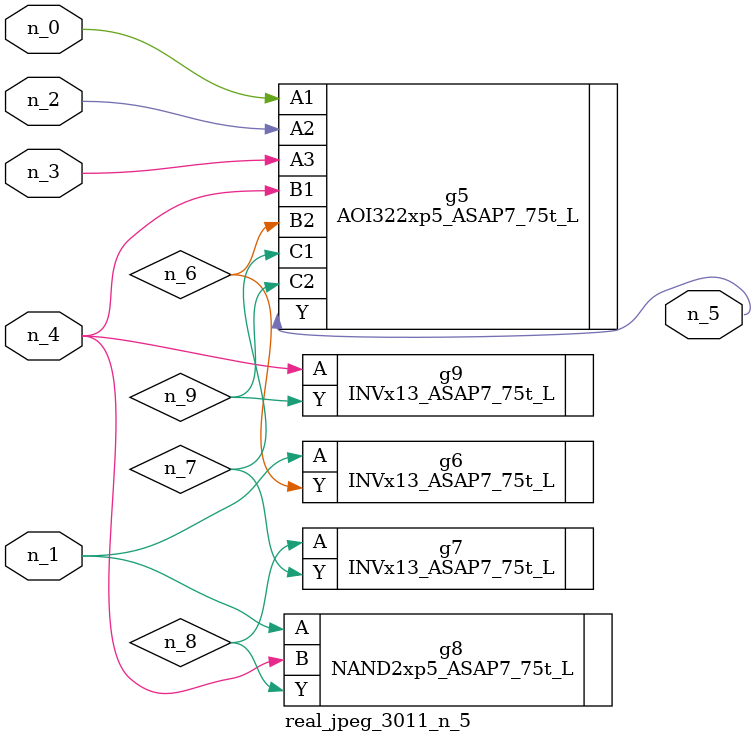
<source format=v>
module real_jpeg_3011_n_5 (n_4, n_0, n_1, n_2, n_3, n_5);

input n_4;
input n_0;
input n_1;
input n_2;
input n_3;

output n_5;

wire n_8;
wire n_6;
wire n_7;
wire n_9;

AOI322xp5_ASAP7_75t_L g5 ( 
.A1(n_0),
.A2(n_2),
.A3(n_3),
.B1(n_4),
.B2(n_6),
.C1(n_7),
.C2(n_9),
.Y(n_5)
);

INVx13_ASAP7_75t_L g6 ( 
.A(n_1),
.Y(n_6)
);

NAND2xp5_ASAP7_75t_L g8 ( 
.A(n_1),
.B(n_4),
.Y(n_8)
);

INVx13_ASAP7_75t_L g9 ( 
.A(n_4),
.Y(n_9)
);

INVx13_ASAP7_75t_L g7 ( 
.A(n_8),
.Y(n_7)
);


endmodule
</source>
